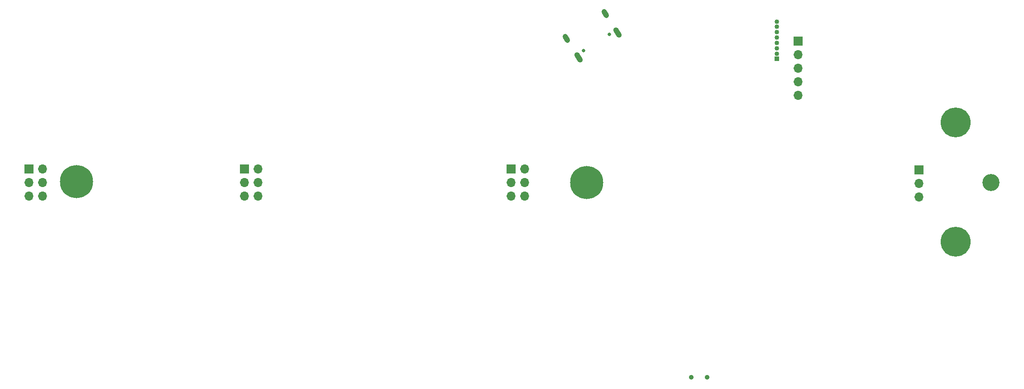
<source format=gbr>
%TF.GenerationSoftware,KiCad,Pcbnew,9.0.2*%
%TF.CreationDate,2025-07-07T16:25:28-05:00*%
%TF.ProjectId,Neoswordkicad,4e656f73-776f-4726-946b-696361642e6b,rev?*%
%TF.SameCoordinates,Original*%
%TF.FileFunction,Soldermask,Bot*%
%TF.FilePolarity,Negative*%
%FSLAX46Y46*%
G04 Gerber Fmt 4.6, Leading zero omitted, Abs format (unit mm)*
G04 Created by KiCad (PCBNEW 9.0.2) date 2025-07-07 16:25:28*
%MOMM*%
%LPD*%
G01*
G04 APERTURE LIST*
G04 Aperture macros list*
%AMHorizOval*
0 Thick line with rounded ends*
0 $1 width*
0 $2 $3 position (X,Y) of the first rounded end (center of the circle)*
0 $4 $5 position (X,Y) of the second rounded end (center of the circle)*
0 Add line between two ends*
20,1,$1,$2,$3,$4,$5,0*
0 Add two circle primitives to create the rounded ends*
1,1,$1,$2,$3*
1,1,$1,$4,$5*%
G04 Aperture macros list end*
%ADD10C,0.650000*%
%ADD11HorizOval,1.000000X-0.295515X0.463865X0.295515X-0.463865X0*%
%ADD12HorizOval,1.000000X-0.214920X0.337357X0.214920X-0.337357X0*%
%ADD13C,6.200000*%
%ADD14R,1.700000X1.700000*%
%ADD15O,1.700000X1.700000*%
%ADD16C,5.600000*%
%ADD17C,3.200000*%
%ADD18R,0.850000X0.850000*%
%ADD19O,0.850000X0.850000*%
%ADD20C,0.900000*%
G04 APERTURE END LIST*
D10*
%TO.C,J11*%
X184025050Y-77881807D03*
X179150248Y-80987399D03*
D11*
X185499750Y-77535165D03*
D12*
X183269956Y-74035092D03*
X175983055Y-78677358D03*
D11*
X178212848Y-82177433D03*
%TD*%
D13*
%TO.C,H4*%
X84400000Y-105525000D03*
%TD*%
D14*
%TO.C,J10*%
X219300000Y-79200000D03*
D15*
X219300000Y-81740000D03*
X219300000Y-84280000D03*
X219300000Y-86820000D03*
X219300000Y-89360000D03*
%TD*%
D14*
%TO.C,J7*%
X165600000Y-103161482D03*
D15*
X168140000Y-103161482D03*
X165600000Y-105701482D03*
X168140000Y-105701482D03*
X165600000Y-108241482D03*
X168140000Y-108241482D03*
%TD*%
D16*
%TO.C,H1*%
X248800000Y-94400000D03*
%TD*%
D17*
%TO.C,H3*%
X255400000Y-105686482D03*
%TD*%
D18*
%TO.C,J5*%
X215300000Y-82500000D03*
D19*
X215300000Y-81500000D03*
X215300000Y-80500000D03*
X215300000Y-79500000D03*
X215300000Y-78500000D03*
X215300000Y-77500000D03*
X215300000Y-76500000D03*
X215300000Y-75500000D03*
%TD*%
D14*
%TO.C,J2*%
X75460000Y-103161482D03*
D15*
X78000000Y-103161482D03*
X75460000Y-105701482D03*
X78000000Y-105701482D03*
X75460000Y-108241482D03*
X78000000Y-108241482D03*
%TD*%
D14*
%TO.C,J4*%
X115780000Y-103161482D03*
D15*
X118320000Y-103161482D03*
X115780000Y-105701482D03*
X118320000Y-105701482D03*
X115780000Y-108241482D03*
X118320000Y-108241482D03*
%TD*%
D16*
%TO.C,H2*%
X248800000Y-116800000D03*
%TD*%
D20*
%TO.C,SW5*%
X202305000Y-142175000D03*
X199305000Y-142175000D03*
%TD*%
D14*
%TO.C,J9*%
X241900000Y-103260000D03*
D15*
X241900000Y-105800000D03*
X241900000Y-108340000D03*
%TD*%
D13*
%TO.C,H5*%
X179750000Y-105700000D03*
%TD*%
M02*

</source>
